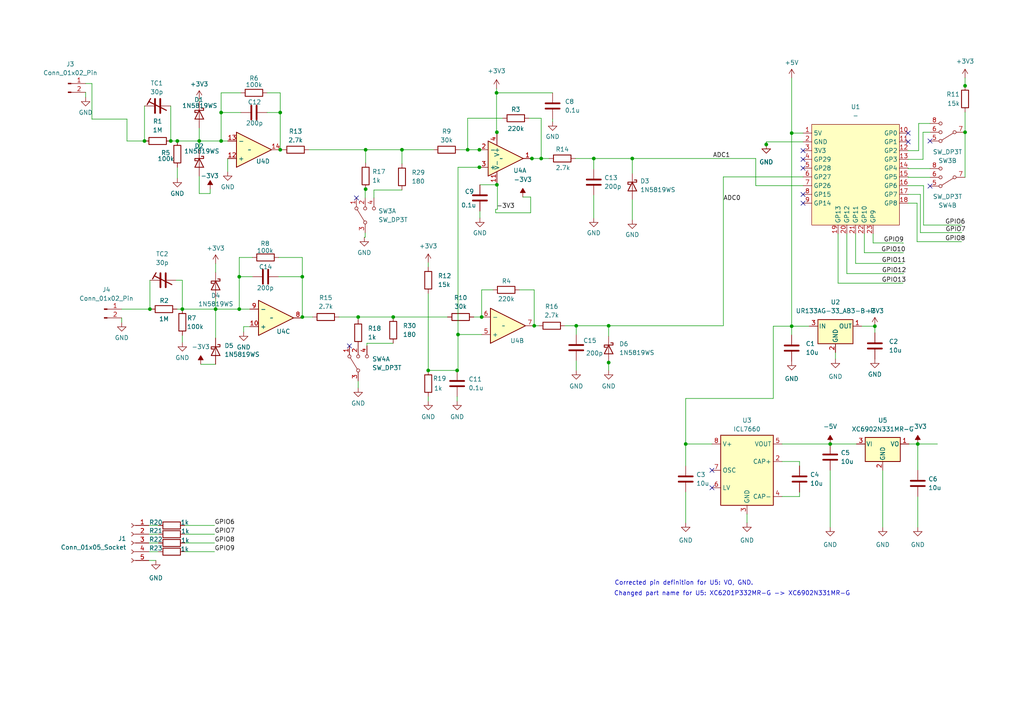
<source format=kicad_sch>
(kicad_sch (version 20250114) (generator "eeschema") (generator_version "9.0")
  (paper "A4")
  (lib_symbols
    (symbol "Connector:Conn_01x02_Pin" (pin_names (offset 1.016) (hide yes))
      (property "Reference" "J" (at 0 2.54 0))
      (property "Value" "Conn_01x02_Pin" (at 0 -5.08 0))
      (symbol "Conn_01x02_Pin_1_1"
        (rectangle (start 0.8636 0.127) (end 0 -0.127) (stroke (width 0.1524)) (fill (type outline)))
        (rectangle (start 0.8636 -2.413) (end 0 -2.667) (stroke (width 0.1524)) (fill (type outline)))
        (polyline (pts (xy 1.27 0) (xy 0.8636 0)) (stroke (width 0.1524)))
        (polyline (pts (xy 1.27 -2.54) (xy 0.8636 -2.54)) (stroke (width 0.1524)))
        (pin passive line (at 5.08 0 180) (length 3.81) (name "Pin_1") (number "1"))
        (pin passive line (at 5.08 -2.54 180) (length 3.81) (name "Pin_2") (number "2"))
      )
    )
    (symbol "Connector:Conn_01x05_Socket" (pin_names (offset 1.016) (hide yes))
      (property "Reference" "J" (at 0 7.62 0))
      (property "Value" "Conn_01x05_Socket" (at 0 -7.62 0))
      (symbol "Conn_01x05_Socket_1_1"
        (polyline (pts (xy -1.27 5.08) (xy -0.508 5.08)) (stroke (width 0.1524)))
        (polyline (pts (xy -1.27 2.54) (xy -0.508 2.54)) (stroke (width 0.1524)))
        (polyline (pts (xy -1.27 0) (xy -0.508 0)) (stroke (width 0.1524)))
        (polyline (pts (xy -1.27 -2.54) (xy -0.508 -2.54)) (stroke (width 0.1524)))
        (polyline (pts (xy -1.27 -5.08) (xy -0.508 -5.08)) (stroke (width 0.1524)))
        (arc (start 0 4.572) (mid -0.5058 5.08) (end 0 5.588) (stroke (width 0.1524)))
        (arc (start 0 2.032) (mid -0.5058 2.54) (end 0 3.048) (stroke (width 0.1524)))
        (arc (start 0 -0.508) (mid -0.5058 0) (end 0 0.508) (stroke (width 0.1524)))
        (arc (start 0 -3.048) (mid -0.5058 -2.54) (end 0 -2.032) (stroke (width 0.1524)))
        (arc (start 0 -5.588) (mid -0.5058 -5.08) (end 0 -4.572) (stroke (width 0.1524)))
        (pin passive line (at -5.08 5.08 0) (length 3.81) (name "Pin_1") (number "1"))
        (pin passive line (at -5.08 2.54 0) (length 3.81) (name "Pin_2") (number "2"))
        (pin passive line (at -5.08 0 0) (length 3.81) (name "Pin_3") (number "3"))
        (pin passive line (at -5.08 -2.54 0) (length 3.81) (name "Pin_4") (number "4"))
        (pin passive line (at -5.08 -5.08 0) (length 3.81) (name "Pin_5") (number "5"))
      )
    )
    (symbol "Device:C" (pin_numbers (hide yes)) (pin_names (offset 0.254))
      (property "Reference" "C" (at 0.635 2.54 0))
      (property "Value" "C" (at 0.635 -2.54 0))
      (symbol "C_0_1"
        (polyline (pts (xy -2.032 0.762) (xy 2.032 0.762)) (stroke (width 0.508)))
        (polyline (pts (xy -2.032 -0.762) (xy 2.032 -0.762)) (stroke (width 0.508)))
      )
      (symbol "C_1_1"
        (pin passive line (at 0 3.81 270) (length 2.794) (name "~") (number "1"))
        (pin passive line (at 0 -3.81 90) (length 2.794) (name "~") (number "2"))
      )
    )
    (symbol "Device:C_Trim" (pin_numbers (hide yes)) (pin_names (offset 0.254) (hide yes))
      (property "Reference" "C" (at 1.524 -2.032 0))
      (property "Value" "C_Trim" (at 3.048 -3.556 0))
      (symbol "C_Trim_0_1"
        (polyline (pts (xy -2.032 0.762) (xy 2.032 0.762)) (stroke (width 0.508)))
        (polyline (pts (xy -2.032 -0.762) (xy 2.032 -0.762)) (stroke (width 0.508)))
        (polyline (pts (xy 1.27 2.54) (xy -1.27 -2.54)) (stroke (width 0.3048)))
        (polyline (pts (xy 1.27 2.54) (xy 0.381 3.048)) (stroke (width 0.3048)))
        (polyline (pts (xy 1.27 2.54) (xy 2.159 2.032)) (stroke (width 0.3048)))
      )
      (symbol "C_Trim_1_1"
        (pin passive line (at 0 3.81 270) (length 3.048) (name "~") (number "1"))
        (pin passive line (at 0 -3.81 90) (length 3.048) (name "~") (number "2"))
      )
    )
    (symbol "Device:R" (pin_numbers (hide yes)) (pin_names (offset 0))
      (property "Reference" "R" (at 2.032 0 90))
      (property "Value" "R" (at 0 0 90))
      (symbol "R_0_1"
        (rectangle (start -1.016 -2.54) (end 1.016 2.54) (stroke (width 0.254)))
      )
      (symbol "R_1_1"
        (pin passive line (at 0 3.81 270) (length 1.27) (name "~") (number "1"))
        (pin passive line (at 0 -3.81 90) (length 1.27) (name "~") (number "2"))
      )
    )
    (symbol "Diode:1N5819WS" (pin_numbers (hide yes)) (pin_names (offset 1.016) (hide yes))
      (property "Reference" "D" (at 0 2.54 0))
      (property "Value" "1N5819WS" (at 0 -2.54 0))
      (symbol "1N5819WS_0_1"
        (polyline (pts (xy -1.905 0.635) (xy -1.905 1.27) (xy -1.27 1.27) (xy -1.27 -1.27) (xy -0.635 -1.27) (xy -0.635 -0.635)) (stroke (width 0.254)))
        (polyline (pts (xy 1.27 1.27) (xy 1.27 -1.27) (xy -1.27 0) (xy 1.27 1.27)) (stroke (width 0.254)))
        (polyline (pts (xy 1.27 0) (xy -1.27 0)))
      )
      (symbol "1N5819WS_1_1"
        (pin passive line (at -3.81 0 0) (length 2.54) (name "K") (number "1"))
        (pin passive line (at 3.81 0 180) (length 2.54) (name "A") (number "2"))
      )
    )
    (symbol "RP2040-Zero:RP2040-Zero"
      (property "Reference" "U1" (at 0 12.7 0))
      (property "Value" "-" (at 0 10.16 0))
      (symbol "RP2040-Zero_0_1"
        (rectangle (start -12.7 7.62) (end 12.7 -21.59) (fill (type background)))
      )
      (symbol "RP2040-Zero_1_1"
        (pin power_in line (at -15.24 5.08 0) (length 2.54) (name "5V") (number "1"))
        (pin power_in line (at -15.24 2.54 0) (length 2.54) (name "GND") (number "2"))
        (pin power_in line (at -15.24 0 0) (length 2.54) (name "3V3") (number "3"))
        (pin bidirectional line (at -15.24 -2.54 0) (length 2.54) (name "GP29") (number "4"))
        (pin bidirectional line (at -15.24 -5.08 0) (length 2.54) (name "GP28") (number "5"))
        (pin bidirectional line (at -15.24 -7.62 0) (length 2.54) (name "GP27") (number "6"))
        (pin bidirectional line (at -15.24 -10.16 0) (length 2.54) (name "GP26") (number "7"))
        (pin bidirectional line (at -15.24 -12.7 0) (length 2.54) (name "GP15") (number "8"))
        (pin bidirectional line (at -15.24 -15.24 0) (length 2.54) (name "GP14") (number "9"))
        (pin bidirectional line (at -5.08 -24.13 90) (length 2.54) (name "GP13") (number "19"))
        (pin bidirectional line (at -2.54 -24.13 90) (length 2.54) (name "GP12") (number "20"))
        (pin bidirectional line (at 0 -24.13 90) (length 2.54) (name "GP11") (number "21"))
        (pin bidirectional line (at 2.54 -24.13 90) (length 2.54) (name "GP10") (number "22"))
        (pin bidirectional line (at 5.08 -24.13 90) (length 2.54) (name "GP9") (number "23"))
        (pin bidirectional line (at 15.24 5.08 180) (length 2.54) (name "GP0") (number "10"))
        (pin bidirectional line (at 15.24 2.54 180) (length 2.54) (name "GP1") (number "11"))
        (pin bidirectional line (at 15.24 0 180) (length 2.54) (name "GP2") (number "12"))
        (pin bidirectional line (at 15.24 -2.54 180) (length 2.54) (name "GP3") (number "13"))
        (pin bidirectional line (at 15.24 -5.08 180) (length 2.54) (name "GP4") (number "14"))
        (pin bidirectional line (at 15.24 -7.62 180) (length 2.54) (name "GP5") (number "15"))
        (pin bidirectional line (at 15.24 -10.16 180) (length 2.54) (name "GP6") (number "16"))
        (pin bidirectional line (at 15.24 -12.7 180) (length 2.54) (name "GP7") (number "17"))
        (pin bidirectional line (at 15.24 -15.24 180) (length 2.54) (name "GP8") (number "18"))
      )
    )
    (symbol "Regulator_Linear:L78L33_SOT89" (pin_names (offset 0.254))
      (property "Reference" "U" (at -3.81 3.175 0))
      (property "Value" "L78L33_SOT89" (at -0.635 3.175 0))
      (symbol "L78L33_SOT89_0_1"
        (rectangle (start -5.08 1.905) (end 5.08 -5.08) (stroke (width 0.254)) (fill (type background)))
      )
      (symbol "L78L33_SOT89_1_1"
        (pin power_in line (at -7.62 0 0) (length 2.54) (name "IN") (number "3"))
        (pin power_in line (at 0 -7.62 90) (length 2.54) (name "GND") (number "2"))
        (pin power_out line (at 7.62 0 180) (length 2.54) (name "OUT") (number "1"))
      )
    )
    (symbol "Regulator_Linear:XC6206PxxxMR" (pin_names (offset 0.254))
      (property "Reference" "U5" (at 0 6.858 0))
      (property "Value" "XC6902N331MR-G" (at 0 4.318 0))
      (symbol "XC6206PxxxMR_0_1"
        (rectangle (start -5.08 1.905) (end 5.08 -5.08) (stroke (width 0.254)) (fill (type background)))
      )
      (symbol "XC6206PxxxMR_1_1"
        (pin power_in line (at -7.62 0 0) (length 2.54) (name "VI") (number "3"))
        (pin power_in line (at 0 -7.62 90) (length 2.54) (name "GND") (number "2"))
        (pin power_out line (at 7.62 0 180) (length 2.54) (name "VO") (number "1"))
      )
    )
    (symbol "Regulator_SwitchedCapacitor:ICL7660"
      (property "Reference" "U" (at -6.35 11.43 0))
      (property "Value" "ICL7660" (at 3.81 11.43 0))
      (symbol "ICL7660_0_1"
        (rectangle (start -7.62 10.16) (end 7.62 -10.16) (stroke (width 0.254)) (fill (type background)))
      )
      (symbol "ICL7660_1_1"
        (pin power_in line (at -10.16 7.62 0) (length 2.54) (name "V+") (number "8"))
        (pin input line (at -10.16 0 0) (length 2.54) (name "OSC") (number "7"))
        (pin input line (at -10.16 -5.08 0) (length 2.54) (name "LV") (number "6"))
        (pin no_connect line (at -7.62 5.08 0) (length 2.54) (hide yes) (name "NC") (number "1"))
        (pin power_in line (at 0 -12.7 90) (length 2.54) (name "GND") (number "3"))
        (pin power_out line (at 10.16 7.62 180) (length 2.54) (name "VOUT") (number "5"))
        (pin input line (at 10.16 2.54 180) (length 2.54) (name "CAP+") (number "2"))
        (pin input line (at 10.16 -7.62 180) (length 2.54) (name "CAP-") (number "4"))
      )
    )
    (symbol "Switch:SW_DP3T" (pin_names (offset 0) (hide yes))
      (property "Reference" "SW" (at 0 5.08 0))
      (property "Value" "SW_DP3T" (at 0 -5.08 0))
      (symbol "SW_DP3T_0_1"
        (circle (center -2.032 0) (radius 0.4572))
        (polyline (pts (xy -1.651 0.254) (xy 1.651 2.286)))
        (circle (center 2.032 2.54) (radius 0.4572))
        (circle (center 2.032 0) (radius 0.4572))
        (circle (center 2.032 -2.54) (radius 0.4572))
      )
      (symbol "SW_DP3T_1_1"
        (pin passive line (at -5.08 0 0) (length 2.54) (name "3") (number "3"))
        (pin passive line (at 5.08 2.54 180) (length 2.54) (name "1") (number "1"))
        (pin passive line (at 5.08 0 180) (length 2.54) (name "2") (number "2"))
        (pin passive line (at 5.08 -2.54 180) (length 2.54) (name "4") (number "4"))
      )
      (symbol "SW_DP3T_2_1"
        (pin passive line (at -5.08 0 0) (length 2.54) (name "7") (number "7"))
        (pin passive line (at 5.08 2.54 180) (length 2.54) (name "5") (number "5"))
        (pin passive line (at 5.08 0 180) (length 2.54) (name "6") (number "6"))
        (pin passive line (at 5.08 -2.54 180) (length 2.54) (name "8") (number "8"))
      )
    )
    (symbol "TP2264-SR:TP2264-SR"
      (property "Reference" "U" (at 0 0 0))
      (symbol "TP2264-SR_0_1"
        (polyline (pts (xy 6.35 0) (xy -3.81 5.08) (xy -3.81 -5.08) (xy 6.35 0)) (stroke (width 0.254)) (fill (type background)))
      )
      (symbol "TP2264-SR_1_1"
        (pin input line (at -6.35 2.54 0) (length 2.54) (name "-") (number "2"))
        (pin input line (at -6.35 -2.54 0) (length 2.54) (name "+") (number "3"))
        (pin power_in line (at -1.27 7.62 270) (length 3.81) (name "V+") (number "4"))
        (pin power_in line (at -1.27 -7.62 90) (length 3.81) (name "V-") (number "11"))
        (pin output line (at 8.89 0 180) (length 2.54) (name "~") (number "1"))
      )
      (symbol "TP2264-SR_2_1"
        (pin input line (at -6.35 2.54 0) (length 2.54) (name "-") (number "6"))
        (pin input line (at -6.35 -2.54 0) (length 2.54) (name "+") (number "5"))
        (pin output line (at 8.89 0 180) (length 2.54) (name "~") (number "7"))
      )
      (symbol "TP2264-SR_3_1"
        (pin input line (at -6.35 2.54 0) (length 2.54) (name "-") (number "9"))
        (pin input line (at -6.35 -2.54 0) (length 2.54) (name "+") (number "10"))
        (pin output line (at 8.89 0 180) (length 2.54) (name "~") (number "8"))
      )
      (symbol "TP2264-SR_4_1"
        (pin input line (at -6.35 2.54 0) (length 2.54) (name "-") (number "13"))
        (pin input line (at -6.35 -2.54 0) (length 2.54) (name "+") (number "12"))
        (pin output line (at 8.89 0 180) (length 2.54) (name "~") (number "14"))
      )
    )
    (symbol "power:+3V3" (power) (pin_names (offset 0))
      (property "Value" "+3V3" (at 0 3.556 0))
      (symbol "+3V3_0_1"
        (polyline (pts (xy -0.762 1.27) (xy 0 2.54)))
        (polyline (pts (xy 0 2.54) (xy 0.762 1.27)))
        (polyline (pts (xy 0 0) (xy 0 2.54)))
      )
      (symbol "+3V3_1_1"
        (pin power_in line (at 0 0 90) (length 0) (hide yes) (name "+3V3") (number "1"))
      )
    )
    (symbol "power:+5V" (power) (pin_names (offset 0))
      (property "Value" "+5V" (at 0 3.556 0))
      (symbol "+5V_0_1"
        (polyline (pts (xy -0.762 1.27) (xy 0 2.54)))
        (polyline (pts (xy 0 2.54) (xy 0.762 1.27)))
        (polyline (pts (xy 0 0) (xy 0 2.54)))
      )
      (symbol "+5V_1_1"
        (pin power_in line (at 0 0 90) (length 0) (hide yes) (name "+5V") (number "1"))
      )
    )
    (symbol "power:-3V3" (power) (pin_names (offset 0))
      (property "Value" "-3V3" (at 0 3.81 0))
      (symbol "-3V3_0_0"
        (pin power_in line (at 0 0 90) (length 0) (hide yes) (name "-3V3") (number "1"))
      )
      (symbol "-3V3_0_1"
        (polyline (pts (xy 0 0) (xy 0 1.27) (xy 0.762 1.27) (xy 0 2.54) (xy -0.762 1.27) (xy 0 1.27)) (fill (type outline)))
      )
    )
    (symbol "power:-5V" (power) (pin_names (offset 0))
      (property "Value" "-5V" (at 0 3.81 0))
      (symbol "-5V_0_0"
        (pin power_in line (at 0 0 90) (length 0) (hide yes) (name "-5V") (number "1"))
      )
      (symbol "-5V_0_1"
        (polyline (pts (xy 0 0) (xy 0 1.27) (xy 0.762 1.27) (xy 0 2.54) (xy -0.762 1.27) (xy 0 1.27)) (fill (type outline)))
      )
    )
    (symbol "power:GND" (power) (pin_names (offset 0))
      (property "Value" "GND" (at 0 -3.81 0))
      (symbol "GND_0_1"
        (polyline (pts (xy 0 0) (xy 0 -1.27) (xy 1.27 -1.27) (xy 0 -2.54) (xy -1.27 -1.27) (xy 0 -1.27)))
      )
      (symbol "GND_1_1"
        (pin power_in line (at 0 0 270) (length 0) (hide yes) (name "GND") (number "1"))
      )
    )
  )
  (text "Corrected pin definition for U5: VO, GND." (at 198.374 169.164 0) (effects (font (size 1.27 1.27))))
  (text "Changed part name for U5: XC6201P332MR-G -> XC6902N331MR-G" (at 212.344 172.212 0) (effects (font (size 1.27 1.27))))
  (junction (at 176.53 94.488))
  (junction (at 167.132 94.488))
  (junction (at 144.018 26.924))
  (junction (at 266.192 128.778))
  (junction (at 135.636 43.434))
  (junction (at 62.5348 89.662))
  (junction (at 69.3928 89.662))
  (junction (at 52.8828 89.662))
  (junction (at 198.882 128.778))
  (junction (at 139.7 91.948))
  (junction (at 69.3928 80.264))
  (junction (at 132.588 107.442))
  (junction (at 51.435 40.894))
  (junction (at 279.908 38.354))
  (junction (at 222.25 41.91))
  (junction (at 49.53 40.894))
  (junction (at 114.046 91.948))
  (junction (at 64.135 32.639))
  (junction (at 81.28 32.639))
  (junction (at 154.2796 45.974))
  (junction (at 139.0396 43.434))
  (junction (at 43.4848 89.662))
  (junction (at 154.94 94.488))
  (junction (at 64.135 40.894))
  (junction (at 156.972 45.974))
  (junction (at 240.792 128.778))
  (junction (at 106.045 54.864))
  (junction (at 41.91 40.894))
  (junction (at 103.886 91.948))
  (junction (at 116.586 43.434))
  (junction (at 253.746 94.615))
  (junction (at 81.28 43.434))
  (junction (at 172.212 45.974))
  (junction (at 229.616 94.615))
  (junction (at 124.206 107.442))
  (junction (at 87.6808 80.264))
  (junction (at 139.0396 48.514))
  (junction (at 279.908 24.892))
  (junction (at 176.53 105.156))
  (junction (at 132.842 97.028))
  (junction (at 106.045 43.434))
  (junction (at 144.1196 38.354))
  (junction (at 229.616 38.608))
  (junction (at 57.785 40.894))
  (junction (at 144.1196 53.594))
  (junction (at 87.6808 91.948))
  (junction (at 183.388 45.974))
  (no_connect (at 232.918 58.928))
  (no_connect (at 206.502 141.478))
  (no_connect (at 269.748 40.894))
  (no_connect (at 263.398 41.148))
  (no_connect (at 232.918 46.228))
  (no_connect (at 101.346 100.33))
  (no_connect (at 263.398 38.608))
  (no_connect (at 232.918 48.768))
  (no_connect (at 232.918 56.388))
  (no_connect (at 206.502 136.398))
  (no_connect (at 269.748 53.975))
  (no_connect (at 103.378 57.404))
  (no_connect (at 232.918 43.688))
  (wire (pts (xy 43.18 162.56) (xy 45.212 162.56)))
  (wire (pts (xy 229.616 38.608) (xy 229.616 94.615)))
  (wire (pts (xy 206.502 128.778) (xy 198.882 128.778)))
  (wire (pts (xy 266.446 43.688) (xy 263.398 43.688)))
  (wire (pts (xy 51.435 40.894) (xy 57.785 40.894)))
  (wire (pts (xy 139.192 61.214) (xy 139.192 63.246)))
  (wire (pts (xy 124.206 85.09) (xy 124.206 107.442)))
  (wire (pts (xy 26.67 24.2316) (xy 26.67 34.544)))
  (wire (pts (xy 229.616 94.615) (xy 229.616 97.155)))
  (wire (pts (xy 269.748 51.435) (xy 263.398 51.435)))
  (wire (pts (xy 58.2168 105.664) (xy 62.5348 105.664)))
  (wire (pts (xy 145.796 34.29) (xy 135.636 34.29)))
  (wire (pts (xy 105.918 54.864) (xy 106.045 54.864)))
  (wire (pts (xy 172.212 45.974) (xy 183.388 45.974)))
  (wire (pts (xy 89.535 43.434) (xy 106.045 43.434)))
  (wire (pts (xy 26.67 34.544) (xy 36.83 34.544)))
  (wire (pts (xy 114.046 91.948) (xy 103.886 91.948)))
  (wire (pts (xy 116.586 43.434) (xy 125.73 43.434)))
  (wire (pts (xy 143.764 61.722) (xy 153.924 61.722)))
  (wire (pts (xy 144.1196 38.354) (xy 144.272 38.354)))
  (wire (pts (xy 263.398 48.895) (xy 263.398 48.768)))
  (wire (pts (xy 231.902 144.018) (xy 226.822 144.018)))
  (wire (pts (xy 64.135 32.639) (xy 69.85 32.639)))
  (wire (pts (xy 144.018 25.654) (xy 144.018 26.924)))
  (wire (pts (xy 24.8412 24.2316) (xy 26.67 24.2316)))
  (wire (pts (xy 269.748 48.895) (xy 263.398 48.895)))
  (wire (pts (xy 154.2796 45.974) (xy 156.972 45.974)))
  (wire (pts (xy 183.388 50.292) (xy 183.388 45.974)))
  (wire (pts (xy 62.5348 76.454) (xy 62.5348 78.994)))
  (wire (pts (xy 64.135 40.894) (xy 66.04 40.894)))
  (wire (pts (xy 163.83 94.488) (xy 167.132 94.488)))
  (wire (pts (xy 150.622 84.074) (xy 154.94 84.074)))
  (wire (pts (xy 156.972 45.974) (xy 159.258 45.974)))
  (wire (pts (xy 267.716 38.354) (xy 267.716 46.228)))
  (wire (pts (xy 105.918 67.564) (xy 105.918 68.834)))
  (wire (pts (xy 261.9248 70.4596) (xy 261.9248 70.612)))
  (wire (pts (xy 144.018 38.354) (xy 144.1196 38.354)))
  (wire (pts (xy 43.18 154.94) (xy 45.974 154.94)))
  (wire (pts (xy 278.892 67.4116) (xy 278.892 67.4624)))
  (wire (pts (xy 114.046 99.568) (xy 106.426 99.568)))
  (wire (pts (xy 77.47 32.639) (xy 81.28 32.639)))
  (wire (pts (xy 198.882 115.57) (xy 224.282 115.57)))
  (wire (pts (xy 256.032 136.398) (xy 256.032 152.908)))
  (wire (pts (xy 139.7 97.028) (xy 132.842 97.028)))
  (wire (pts (xy 51.3588 89.662) (xy 52.8828 89.662)))
  (wire (pts (xy 250.698 67.818) (xy 250.698 73.3044)))
  (wire (pts (xy 219.202 53.848) (xy 232.918 53.848)))
  (wire (pts (xy 263.398 58.928) (xy 265.9888 58.928)))
  (wire (pts (xy 132.842 48.514) (xy 132.842 97.028)))
  (wire (pts (xy 267.8684 65.278) (xy 278.892 65.278)))
  (wire (pts (xy 269.748 38.354) (xy 267.716 38.354)))
  (wire (pts (xy 105.918 57.404) (xy 105.918 54.864)))
  (wire (pts (xy 103.886 91.948) (xy 103.886 92.71)))
  (wire (pts (xy 124.206 115.062) (xy 124.206 116.332)))
  (wire (pts (xy 266.954 56.388) (xy 266.954 67.4624)))
  (wire (pts (xy 269.748 35.814) (xy 266.446 35.814)))
  (wire (pts (xy 231.902 133.858) (xy 231.902 135.128)))
  (wire (pts (xy 209.804 51.308) (xy 209.804 94.488)))
  (wire (pts (xy 144.272 53.594) (xy 144.272 60.706)))
  (wire (pts (xy 243.078 67.818) (xy 243.078 82.1436)))
  (wire (pts (xy 43.18 152.4) (xy 45.974 152.4)))
  (wire (pts (xy 266.446 35.814) (xy 266.446 43.688)))
  (wire (pts (xy 248.158 67.818) (xy 248.158 76.4032)))
  (wire (pts (xy 24.8412 26.7716) (xy 24.8412 28.194)))
  (wire (pts (xy 266.954 67.4624) (xy 278.892 67.4624)))
  (wire (pts (xy 53.594 154.94) (xy 62.23 154.94)))
  (wire (pts (xy 240.792 128.778) (xy 248.412 128.778)))
  (wire (pts (xy 266.192 144.018) (xy 266.192 152.908)))
  (wire (pts (xy 52.8828 97.282) (xy 52.8828 99.314)))
  (wire (pts (xy 263.398 56.388) (xy 266.954 56.388)))
  (wire (pts (xy 266.192 128.778) (xy 266.192 136.398)))
  (wire (pts (xy 36.83 34.544) (xy 36.83 40.894)))
  (wire (pts (xy 57.785 40.894) (xy 57.785 43.434)))
  (wire (pts (xy 267.716 46.228) (xy 263.398 46.228)))
  (wire (pts (xy 231.902 142.748) (xy 231.902 144.018)))
  (wire (pts (xy 139.192 53.594) (xy 144.1196 53.594)))
  (wire (pts (xy 198.882 142.748) (xy 198.882 151.638)))
  (wire (pts (xy 80.8228 74.676) (xy 87.6808 74.676)))
  (wire (pts (xy 64.135 32.639) (xy 64.135 40.894)))
  (wire (pts (xy 51.435 48.514) (xy 51.435 51.689)))
  (wire (pts (xy 43.18 160.02) (xy 45.974 160.02)))
  (wire (pts (xy 242.316 102.235) (xy 242.316 104.14)))
  (wire (pts (xy 226.822 128.778) (xy 240.792 128.778)))
  (wire (pts (xy 103.886 110.49) (xy 103.886 112.522)))
  (wire (pts (xy 87.6808 80.264) (xy 87.6808 91.948)))
  (wire (pts (xy 81.28 32.639) (xy 81.28 43.434)))
  (wire (pts (xy 143.764 60.706) (xy 144.272 60.706)))
  (wire (pts (xy 62.5348 89.662) (xy 62.5348 98.044)))
  (wire (pts (xy 167.132 104.648) (xy 167.132 107.442)))
  (wire (pts (xy 51.1048 81.28) (xy 52.8828 81.28)))
  (wire (pts (xy 69.3928 89.662) (xy 72.4408 89.662)))
  (wire (pts (xy 132.588 107.442) (xy 132.842 107.442)))
  (wire (pts (xy 81.28 43.434) (xy 81.915 43.434)))
  (wire (pts (xy 219.202 45.974) (xy 219.202 53.848)))
  (wire (pts (xy 139.0396 48.514) (xy 139.192 48.514)))
  (wire (pts (xy 265.9888 70.104) (xy 278.892 70.104)))
  (wire (pts (xy 279.908 24.892) (xy 279.908 25.146)))
  (wire (pts (xy 144.1196 53.594) (xy 144.272 53.594)))
  (wire (pts (xy 106.045 43.434) (xy 106.045 47.244)))
  (wire (pts (xy 153.924 57.15) (xy 151.638 57.15)))
  (wire (pts (xy 248.158 76.4032) (xy 262.0772 76.4032)))
  (wire (pts (xy 62.5348 89.662) (xy 69.3928 89.662)))
  (wire (pts (xy 41.91 30.734) (xy 41.91 40.894)))
  (wire (pts (xy 176.53 104.902) (xy 176.53 105.156)))
  (wire (pts (xy 57.785 56.134) (xy 60.96 56.134)))
  (wire (pts (xy 135.636 43.434) (xy 139.0396 43.434)))
  (wire (pts (xy 263.398 53.848) (xy 267.8684 53.848)))
  (wire (pts (xy 43.18 157.48) (xy 45.974 157.48)))
  (wire (pts (xy 229.616 22.606) (xy 229.616 38.608)))
  (wire (pts (xy 240.792 136.398) (xy 240.792 152.908)))
  (wire (pts (xy 73.2028 74.676) (xy 69.3928 74.676)))
  (wire (pts (xy 135.636 34.29) (xy 135.636 43.434)))
  (wire (pts (xy 66.04 45.974) (xy 66.04 49.784)))
  (wire (pts (xy 143.002 84.074) (xy 139.7 84.074)))
  (wire (pts (xy 253.238 70.4596) (xy 261.9248 70.4596)))
  (wire (pts (xy 69.3928 80.264) (xy 69.3928 89.662)))
  (wire (pts (xy 263.652 128.778) (xy 266.192 128.778)))
  (wire (pts (xy 144.018 26.924) (xy 144.018 38.354)))
  (wire (pts (xy 172.212 45.974) (xy 172.212 49.022)))
  (wire (pts (xy 229.616 94.615) (xy 234.696 94.615)))
  (wire (pts (xy 49.53 30.734) (xy 49.53 40.894)))
  (wire (pts (xy 198.882 128.778) (xy 198.882 135.128)))
  (wire (pts (xy 137.414 91.948) (xy 139.7 91.948)))
  (wire (pts (xy 139.7 84.074) (xy 139.7 91.948)))
  (wire (pts (xy 132.842 97.028) (xy 132.842 107.442)))
  (wire (pts (xy 224.282 94.615) (xy 229.616 94.615)))
  (wire (pts (xy 243.078 82.1436) (xy 261.9248 82.1436)))
  (wire (pts (xy 106.045 54.864) (xy 106.172 54.864)))
  (wire (pts (xy 81.28 26.924) (xy 81.28 32.639)))
  (wire (pts (xy 35.306 92.202) (xy 35.306 93.5228)))
  (wire (pts (xy 124.206 76.2) (xy 124.206 77.47)))
  (wire (pts (xy 80.8228 80.264) (xy 87.6808 80.264)))
  (wire (pts (xy 245.618 79.3496) (xy 262.128 79.3496)))
  (wire (pts (xy 53.594 160.02) (xy 62.23 160.02)))
  (wire (pts (xy 106.426 99.568) (xy 106.426 100.33)))
  (wire (pts (xy 154.94 84.074) (xy 154.94 94.488)))
  (wire (pts (xy 98.298 91.948) (xy 103.886 91.948)))
  (wire (pts (xy 35.306 89.662) (xy 43.4848 89.662)))
  (wire (pts (xy 90.678 91.948) (xy 87.6808 91.948)))
  (wire (pts (xy 216.662 149.098) (xy 216.662 151.638)))
  (wire (pts (xy 72.4408 94.742) (xy 70.6628 94.742)))
  (wire (pts (xy 279.908 32.512) (xy 279.908 38.354)))
  (wire (pts (xy 250.698 73.3044) (xy 262.0264 73.3044)))
  (wire (pts (xy 266.192 128.778) (xy 271.907 128.778)))
  (wire (pts (xy 166.878 45.974) (xy 172.212 45.974)))
  (wire (pts (xy 49.53 40.894) (xy 51.435 40.894)))
  (wire (pts (xy 43.4848 89.662) (xy 43.7388 89.662)))
  (wire (pts (xy 57.785 28.829) (xy 57.785 29.464)))
  (wire (pts (xy 183.388 45.974) (xy 219.202 45.974)))
  (wire (pts (xy 253.746 94.615) (xy 253.746 96.52)))
  (wire (pts (xy 232.918 41.148) (xy 222.25 41.148)))
  (wire (pts (xy 226.822 133.858) (xy 231.902 133.858)))
  (wire (pts (xy 176.53 94.488) (xy 209.804 94.488)))
  (wire (pts (xy 133.35 43.434) (xy 135.636 43.434)))
  (wire (pts (xy 62.5348 86.614) (xy 62.5348 89.662)))
  (wire (pts (xy 154.94 94.488) (xy 156.21 94.488)))
  (wire (pts (xy 160.274 34.544) (xy 160.274 35.306)))
  (wire (pts (xy 279.908 38.354) (xy 279.908 51.435)))
  (wire (pts (xy 253.238 67.818) (xy 253.238 70.4596)))
  (wire (pts (xy 144.018 26.924) (xy 160.274 26.924)))
  (wire (pts (xy 229.616 38.608) (xy 232.918 38.608)))
  (wire (pts (xy 57.785 37.084) (xy 57.785 40.894)))
  (wire (pts (xy 73.2028 80.264) (xy 69.3928 80.264)))
  (wire (pts (xy 116.586 55.118) (xy 108.458 55.118)))
  (wire (pts (xy 139.0396 43.434) (xy 139.065 43.434)))
  (wire (pts (xy 265.9888 58.928) (xy 265.9888 70.104)))
  (wire (pts (xy 60.96 56.134) (xy 60.96 54.864)))
  (wire (pts (xy 143.764 61.722) (xy 143.764 60.706)))
  (wire (pts (xy 132.588 115.062) (xy 132.588 116.332)))
  (wire (pts (xy 64.135 26.924) (xy 64.135 32.639)))
  (wire (pts (xy 172.212 56.642) (xy 172.212 63.246)))
  (wire (pts (xy 209.804 51.308) (xy 232.918 51.308)))
  (wire (pts (xy 87.6808 74.676) (xy 87.6808 80.264)))
  (wire (pts (xy 245.618 67.818) (xy 245.618 79.3496)))
  (wire (pts (xy 36.83 40.894) (xy 41.91 40.894)))
  (wire (pts (xy 167.132 94.488) (xy 176.53 94.488)))
  (wire (pts (xy 108.458 55.118) (xy 108.458 57.404)))
  (wire (pts (xy 116.586 43.434) (xy 116.586 47.498)))
  (wire (pts (xy 249.936 94.615) (xy 253.746 94.615)))
  (wire (pts (xy 222.25 41.148) (xy 222.25 41.91)))
  (wire (pts (xy 153.924 61.722) (xy 153.924 57.15)))
  (wire (pts (xy 279.908 22.606) (xy 279.908 24.892)))
  (wire (pts (xy 132.842 48.514) (xy 139.0396 48.514)))
  (wire (pts (xy 176.53 97.536) (xy 176.53 94.488)))
  (wire (pts (xy 53.594 157.48) (xy 62.23 157.48)))
  (wire (pts (xy 154.178 45.974) (xy 154.2796 45.974)))
  (wire (pts (xy 129.794 91.948) (xy 114.046 91.948)))
  (wire (pts (xy 69.3928 74.676) (xy 69.3928 80.264)))
  (wire (pts (xy 124.206 107.442) (xy 132.588 107.442)))
  (wire (pts (xy 87.6808 91.948) (xy 87.6808 92.202)))
  (wire (pts (xy 267.8684 53.848) (xy 267.8684 65.278)))
  (wire (pts (xy 224.282 115.57) (xy 224.282 94.615)))
  (wire (pts (xy 43.4848 81.28) (xy 43.4848 89.662)))
  (wire (pts (xy 167.132 94.488) (xy 167.132 97.028)))
  (wire (pts (xy 106.045 43.434) (xy 116.586 43.434)))
  (wire (pts (xy 52.8828 81.28) (xy 52.8828 89.662)))
  (wire (pts (xy 183.388 57.912) (xy 183.388 63.754)))
  (wire (pts (xy 198.882 115.57) (xy 198.882 128.778)))
  (wire (pts (xy 263.398 51.308) (xy 263.398 51.435)))
  (wire (pts (xy 77.47 26.924) (xy 81.28 26.924)))
  (wire (pts (xy 57.785 40.894) (xy 64.135 40.894)))
  (wire (pts (xy 53.594 152.4) (xy 62.23 152.4)))
  (wire (pts (xy 70.6628 94.742) (xy 70.6628 96.266)))
  (wire (pts (xy 105.918 68.834) (xy 105.664 68.834)))
  (wire (pts (xy 52.8828 89.662) (xy 62.5348 89.662)))
  (wire (pts (xy 156.972 34.29) (xy 156.972 45.974)))
  (wire (pts (xy 176.53 105.156) (xy 176.53 107.442)))
  (wire (pts (xy 153.416 34.29) (xy 156.972 34.29)))
  (wire (pts (xy 57.785 51.054) (xy 57.785 56.134)))
  (wire (pts (xy 69.85 26.924) (xy 64.135 26.924)))
  (label "GPIO6" (at 274.1168 65.278 0))
  (label "GPIO9" (at 62.23 160.02 0))
  (label "GPIO12" (at 255.778 79.3496 0))
  (label "GPIO8" (at 62.23 157.48 0))
  (label "GPIO6" (at 62.23 152.4 0))
  (label "GPIO13" (at 255.7272 82.1436 0))
  (label "ADC0" (at 209.804 58.42 0))
  (label "GPIO7" (at 274.2184 67.4624 0))
  (label "GPIO11" (at 255.7272 76.4032 0))
  (label "GPIO7" (at 62.23 154.94 0))
  (label "GPIO10" (at 255.5748 73.3044 0))
  (label "GPIO8" (at 274.1168 70.104 0))
  (label "GPIO9" (at 256.286 70.4596 0))
  (label "ADC1" (at 206.756 45.974 0))
  (label "-3V3" (at 144.018 60.706 0))
  (symbol (lib_id "power:GND") (at 139.192 63.246 0) (unit 1)
    (property "Reference" "#PWR022" (effects (hide yes)))
    (property "Value" "GND" (at 139.192 67.564 0))
  )
  (symbol (lib_id "power:-3V3") (at 266.192 128.778 0) (unit 1)
    (property "Reference" "#PWR07" (effects (hide yes)))
    (property "Value" "-3V3" (at 266.192 123.698 0))
  )
  (symbol (lib_id "Device:R") (at 94.488 91.948 90) (unit 1)
    (property "Reference" "R15" (at 94.488 86.36 90))
    (property "Value" "2.7k" (at 94.488 88.9 90))
    (property "Footprint" "Resistor_SMD:R_0603_1608Metric_Pad0.98x0.95mm_HandSolder" (effects (hide yes)))
  )
  (symbol (lib_id "Device:R") (at 85.725 43.434 90) (unit 1)
    (property "Reference" "R13" (at 85.725 38.1 90))
    (property "Value" "2.7k" (at 85.725 40.64 90))
    (property "Footprint" "Resistor_SMD:R_0603_1608Metric_Pad0.98x0.95mm_HandSolder" (effects (hide yes)))
  )
  (symbol (lib_id "power:+3V3") (at 253.746 94.615 0) (unit 1)
    (property "Reference" "#PWR014" (effects (hide yes)))
    (property "Value" "+3V3" (at 253.746 90.17 0))
  )
  (symbol (lib_id "Switch:SW_DP3T") (at 105.918 62.484 90) (unit 1)
    (property "Reference" "SW3" (at 109.728 61.214 90) (effects (justify right)))
    (property "Value" "SW_DP3T" (at 109.728 63.754 90) (effects (justify right)))
    (property "Footprint" "Slide_Switch:DP3T_MSS23D18" (effects (hide yes)))
  )
  (symbol (lib_id "Device:C_Trim") (at 45.72 30.734 90) (unit 1)
    (property "Reference" "TC1" (at 45.466 24.13 90))
    (property "Value" "30p" (at 45.466 26.67 90))
    (property "Footprint" "TMCV01-10P100VB:TMCV01-10P100VB" (effects (hide yes)))
  )
  (symbol (lib_id "Device:R") (at 51.435 44.704 0) (unit 1)
    (property "Reference" "R5" (at 46.7106 44.323 0) (effects (justify left)))
    (property "Value" "100k" (at 45.6692 46.0502 0) (effects (justify left)))
    (property "Footprint" "Resistor_SMD:R_0603_1608Metric_Pad0.98x0.95mm_HandSolder" (effects (hide yes)))
  )
  (symbol (lib_id "Device:R") (at 49.784 160.02 90) (unit 1)
    (property "Reference" "R23" (at 45.212 159.004 90))
    (property "Value" "1k" (at 53.594 159.258 90))
    (property "Footprint" "Resistor_SMD:R_0603_1608Metric_Pad0.98x0.95mm_HandSolder" (effects (hide yes)))
  )
  (symbol (lib_id "Device:R") (at 49.784 152.4 90) (unit 1)
    (property "Reference" "R20" (at 45.212 151.511 90))
    (property "Value" "1k" (at 53.594 151.511 90))
    (property "Footprint" "Resistor_SMD:R_0603_1608Metric_Pad0.98x0.95mm_HandSolder" (effects (hide yes)))
  )
  (symbol (lib_id "Device:R") (at 129.54 43.434 90) (unit 1)
    (property "Reference" "R9" (at 129.54 38.1 90))
    (property "Value" "30k" (at 129.54 40.64 90))
    (property "Footprint" "Resistor_SMD:R_0603_1608Metric_Pad0.98x0.95mm_HandSolder" (effects (hide yes)))
  )
  (symbol (lib_id "TP2264-SR:TP2264-SR") (at 72.39 43.434 0) (unit 4)
    (property "Reference" "U4" (at 76.2762 46.7868 0))
    (property "Value" "~" (at 72.39 43.434 0))
    (property "Footprint" "Package_SO:SOIC-14_3.9x8.7mm_P1.27mm" (effects (hide yes)))
  )
  (symbol (lib_id "power:+3V3") (at 62.5348 76.454 0) (unit 1)
    (property "Reference" "#PWR013" (effects (hide yes)))
    (property "Value" "+3V3" (at 62.5348 72.009 0))
  )
  (symbol (lib_id "Device:C") (at 77.0128 80.264 90) (unit 1)
    (property "Reference" "C14" (at 77.0382 77.3938 90))
    (property "Value" "200p" (at 76.962 83.5152 90))
    (property "Footprint" "Capacitor_SMD:C_0603_1608Metric_Pad1.08x0.95mm_HandSolder" (effects (hide yes)))
  )
  (symbol (lib_id "Device:R") (at 149.606 34.29 90) (unit 1)
    (property "Reference" "R3" (at 149.606 31.75 90))
    (property "Value" "220k" (at 149.606 37.3126 90))
    (property "Footprint" "Resistor_SMD:R_0603_1608Metric_Pad0.98x0.95mm_HandSolder" (effects (hide yes)))
  )
  (symbol (lib_id "Device:R") (at 47.5488 89.662 90) (unit 1)
    (property "Reference" "R2" (at 47.625 87.1982 90))
    (property "Value" "1M" (at 47.5488 92.5068 90))
    (property "Footprint" "Resistor_SMD:R_0603_1608Metric_Pad0.98x0.95mm_HandSolder" (effects (hide yes)))
  )
  (symbol (lib_id "power:GND") (at 167.132 107.442 0) (unit 1)
    (property "Reference" "#PWR029" (effects (hide yes)))
    (property "Value" "GND" (at 167.132 112.014 0))
  )
  (symbol (lib_id "power:GND") (at 124.206 116.332 0) (unit 1)
    (property "Reference" "#PWR027" (effects (hide yes)))
    (property "Value" "GND" (at 124.206 120.904 0))
  )
  (symbol (lib_id "power:GND") (at 45.212 162.56 0) (unit 1)
    (property "Reference" "#PWR037" (effects (hide yes)))
    (property "Value" "GND" (at 45.212 167.64 0))
  )
  (symbol (lib_id "power:GND") (at 176.53 107.442 0) (unit 1)
    (property "Reference" "#PWR030" (effects (hide yes)))
    (property "Value" "GND" (at 176.53 112.014 0))
  )
  (symbol (lib_id "Device:C") (at 266.192 140.208 0) (unit 1)
    (property "Reference" "C6" (at 269.24 138.938 0) (effects (justify left)))
    (property "Value" "10u" (at 269.24 141.478 0) (effects (justify left)))
    (property "Footprint" "Capacitor_SMD:C_0805_2012Metric_Pad1.18x1.45mm_HandSolder" (effects (hide yes)))
  )
  (symbol (lib_id "Device:R") (at 103.886 96.52 0) (unit 1)
    (property "Reference" "R18" (at 106.68 95.25 0) (effects (justify left)))
    (property "Value" "1k" (at 106.68 97.79 0) (effects (justify left)))
    (property "Footprint" "Resistor_SMD:R_0603_1608Metric_Pad0.98x0.95mm_HandSolder" (effects (hide yes)))
  )
  (symbol (lib_id "Device:C") (at 139.192 57.404 0) (unit 1)
    (property "Reference" "C9" (at 134.7978 55.5498 0) (effects (justify left)))
    (property "Value" "0.1u" (at 133.731 59.5122 0) (effects (justify left)))
    (property "Footprint" "Capacitor_SMD:C_0603_1608Metric_Pad1.08x0.95mm_HandSolder" (effects (hide yes)))
  )
  (symbol (lib_id "Switch:SW_DP3T") (at 274.828 51.435 180) (unit 2)
    (property "Reference" "SW4" (at 274.828 59.563 0))
    (property "Value" "SW_DP3T" (at 274.828 57.023 0))
    (property "Footprint" "Slide_Switch:DP3T_MSS23D18" (effects (hide yes)))
  )
  (symbol (lib_id "Device:R") (at 133.604 91.948 90) (unit 1)
    (property "Reference" "R10" (at 133.604 86.36 90))
    (property "Value" "30k" (at 133.604 88.9 90))
    (property "Footprint" "Resistor_SMD:R_0603_1608Metric_Pad0.98x0.95mm_HandSolder" (effects (hide yes)))
  )
  (symbol (lib_id "Device:R") (at 52.8828 93.472 0) (unit 1)
    (property "Reference" "R7" (at 54.2544 92.2528 0) (effects (justify left)))
    (property "Value" "100k" (at 54.1782 94.7674 0) (effects (justify left)))
    (property "Footprint" "Resistor_SMD:R_0603_1608Metric_Pad0.98x0.95mm_HandSolder" (effects (hide yes)))
  )
  (symbol (lib_id "Device:C") (at 229.616 100.965 0) (unit 1)
    (property "Reference" "C1" (at 233.68 99.695 0) (effects (justify left)))
    (property "Value" "10u" (at 233.68 102.235 0) (effects (justify left)))
    (property "Footprint" "Capacitor_SMD:C_0805_2012Metric_Pad1.18x1.45mm_HandSolder" (effects (hide yes)))
  )
  (symbol (lib_id "Device:C") (at 160.274 30.734 0) (unit 1)
    (property "Reference" "C8" (at 163.83 29.464 0) (effects (justify left)))
    (property "Value" "0.1u" (at 163.83 32.004 0) (effects (justify left)))
    (property "Footprint" "Capacitor_SMD:C_0603_1608Metric_Pad1.08x0.95mm_HandSolder" (effects (hide yes)))
  )
  (symbol (lib_id "Connector:Conn_01x02_Pin") (at 30.226 89.662 0) (unit 1)
    (property "Reference" "J4" (at 30.861 84.0232 0))
    (property "Value" "Conn_01x02_Pin" (at 30.861 86.5632 0))
    (property "Footprint" "Connector_PinSocket_2.54mm:PinSocket_1x02_P2.54mm_Vertical" (effects (hide yes)))
  )
  (symbol (lib_id "power:+3V3") (at 57.785 28.829 0) (unit 1)
    (property "Reference" "#PWR017" (effects (hide yes)))
    (property "Value" "+3V3" (at 57.785 24.384 0))
  )
  (symbol (lib_id "Device:C") (at 167.132 100.838 0) (unit 1)
    (property "Reference" "C15" (at 169.1386 98.7806 0) (effects (justify left)))
    (property "Value" "200p" (at 169.926 102.4382 0) (effects (justify left)))
    (property "Footprint" "Capacitor_SMD:C_0603_1608Metric_Pad1.08x0.95mm_HandSolder" (effects (hide yes)))
  )
  (symbol (lib_id "Diode:1N5819WS") (at 176.53 101.346 270) (unit 1)
    (property "Reference" "D6" (at 179.578 99.7585 90) (effects (justify left)))
    (property "Value" "1N5819WS" (at 179.578 102.2985 90) (effects (justify left)))
    (property "Footprint" "Diode_SMD:D_SOD-323_HandSoldering" (effects (hide yes)))
    (property "Datasheet" "https://datasheet.lcsc.com/lcsc/2204281430_Guangdong-Hottech-1N5819WS_C191023.pdf" (effects (hide yes)))
  )
  (symbol (lib_id "power:GND") (at 253.746 104.14 0) (unit 1)
    (property "Reference" "#PWR011" (effects (hide yes)))
    (property "Value" "GND" (at 253.746 108.585 0))
  )
  (symbol (lib_id "Device:R") (at 124.206 111.252 0) (unit 1)
    (property "Reference" "R19" (at 125.5522 109.7788 0) (effects (justify left)))
    (property "Value" "1k" (at 125.857 112.6236 0) (effects (justify left)))
    (property "Footprint" "Resistor_SMD:R_0603_1608Metric_Pad0.98x0.95mm_HandSolder" (effects (hide yes)))
  )
  (symbol (lib_id "power:GND") (at 70.6628 96.266 0) (unit 1)
    (property "Reference" "#PWR032" (effects (hide yes)))
    (property "Value" "GND" (at 70.6628 100.711 0))
  )
  (symbol (lib_id "power:GND") (at 198.882 151.638 0) (unit 1)
    (property "Reference" "#PWR02" (effects (hide yes)))
    (property "Value" "GND" (at 198.882 156.718 0))
  )
  (symbol (lib_id "power:GND") (at 222.25 41.91 0) (unit 1)
    (property "Reference" "#PWR036" (effects (hide yes)))
    (property "Value" "GND" (at 222.25 46.99 0))
  )
  (symbol (lib_id "power:GND") (at 51.435 51.689 0) (unit 1)
    (property "Reference" "#PWR015" (effects (hide yes)))
    (property "Value" "GND" (at 51.435 56.134 0))
  )
  (symbol (lib_id "Device:C_Trim") (at 47.2948 81.28 90) (unit 1)
    (property "Reference" "TC2" (at 47.0408 73.66 90))
    (property "Value" "30p" (at 47.0408 76.2 90))
    (property "Footprint" "TMCV01-10P100VB:TMCV01-10P100VB" (effects (hide yes)))
  )
  (symbol (lib_id "power:GND") (at 242.316 104.14 0) (unit 1)
    (property "Reference" "#PWR010" (effects (hide yes)))
    (property "Value" "GND" (at 242.316 109.22 0))
  )
  (symbol (lib_id "power:-5V") (at 240.792 128.778 0) (unit 1)
    (property "Reference" "#PWR06" (effects (hide yes)))
    (property "Value" "-5V" (at 240.792 123.698 0))
  )
  (symbol (lib_id "Connector:Conn_01x05_Socket") (at 38.1 157.48 0) (mirror y) (unit 1)
    (property "Reference" "J1" (at 36.6268 156.21 0) (effects (justify left)))
    (property "Value" "Conn_01x05_Socket" (at 36.6268 158.75 0) (effects (justify left)))
    (property "Footprint" "Connector_PinSocket_2.54mm:PinSocket_1x05_P2.54mm_Horizontal" (effects (hide yes)))
  )
  (symbol (lib_id "power:-3V3") (at 151.638 57.15 0) (unit 1)
    (property "Reference" "#PWR021" (effects (hide yes)))
    (property "Value" "-3V3" (at 151.638 52.07 0))
  )
  (symbol (lib_id "Device:R") (at 106.045 51.054 0) (unit 1)
    (property "Reference" "R17" (at 107.95 49.784 0) (effects (justify left)))
    (property "Value" "1k" (at 107.95 52.324 0) (effects (justify left)))
    (property "Footprint" "Resistor_SMD:R_0603_1608Metric_Pad0.98x0.95mm_HandSolder" (effects (hide yes)))
  )
  (symbol (lib_id "RP2040-Zero:RP2040-Zero") (at 248.158 43.688 0) (unit 1)
    (property "Reference" "U1" (at 248.158 30.988 0))
    (property "Value" "-" (at 248.158 33.528 0))
    (property "Footprint" "RP2040-Zero:RP2040 Zero" (effects (hide yes)))
  )
  (symbol (lib_id "power:GND") (at 256.032 152.908 0) (unit 1)
    (property "Reference" "#PWR04" (effects (hide yes)))
    (property "Value" "GND" (at 256.032 157.988 0))
  )
  (symbol (lib_id "Device:R") (at 163.068 45.974 90) (unit 1)
    (property "Reference" "R14" (at 163.0934 43.307 90))
    (property "Value" "2.7k" (at 163.2712 48.6664 90))
    (property "Footprint" "Resistor_SMD:R_0603_1608Metric_Pad0.98x0.95mm_HandSolder" (effects (hide yes)))
  )
  (symbol (lib_id "power:GND") (at 24.8412 28.194 0) (unit 1)
    (property "Reference" "#PWR038" (effects (hide yes)))
    (property "Value" "GND" (at 24.8412 32.639 0))
  )
  (symbol (lib_id "Regulator_Linear:L78L33_SOT89") (at 242.316 94.615 0) (unit 1)
    (property "Reference" "U2" (at 242.316 87.63 0))
    (property "Value" "UR133AG-33_AB3-B-R" (at 242.316 90.17 0))
    (property "Footprint" "Package_TO_SOT_SMD:SOT-89-3_Handsoldering" (effects (hide yes)))
    (property "Datasheet" "http://www.st.com/content/ccc/resource/technical/document/datasheet/15/55/e5/aa/23/5b/43/fd/CD00000446.pdf/files/CD00000446.pdf/jcr:content/translations/en.CD00000446.pdf" (effects (hide yes)))
  )
  (symbol (lib_id "Device:R") (at 73.66 26.924 90) (unit 1)
    (property "Reference" "R6" (at 73.66 22.7076 90))
    (property "Value" "100k" (at 73.66 24.5872 90))
    (property "Footprint" "Resistor_SMD:R_0603_1608Metric_Pad0.98x0.95mm_HandSolder" (effects (hide yes)))
  )
  (symbol (lib_id "Regulator_SwitchedCapacitor:ICL7660") (at 216.662 136.398 0) (unit 1)
    (property "Reference" "U3" (at 216.662 121.92 0))
    (property "Value" "ICL7660" (at 216.662 124.46 0))
    (property "Footprint" "Package_SO:SOIC-8_3.9x4.9mm_P1.27mm" (effects (hide yes)))
    (property "Datasheet" "http://datasheets.maximintegrated.com/en/ds/ICL7660-MAX1044.pdf" (effects (hide yes)))
  )
  (symbol (lib_id "power:GND") (at 229.616 104.775 0) (unit 1)
    (property "Reference" "#PWR09" (effects (hide yes)))
    (property "Value" "GND" (at 229.616 109.855 0))
  )
  (symbol (lib_id "power:GND") (at 132.588 116.332 0) (unit 1)
    (property "Reference" "#PWR026" (effects (hide yes)))
    (property "Value" "GND" (at 132.588 120.904 0))
  )
  (symbol (lib_id "TP2264-SR:TP2264-SR") (at 78.7908 92.202 0) (unit 3)
    (property "Reference" "U4" (at 82.1944 96.139 0))
    (property "Value" "~" (at 78.7908 92.202 0))
    (property "Footprint" "Package_SO:SOIC-14_3.9x8.7mm_P1.27mm" (effects (hide yes)))
  )
  (symbol (lib_id "power:-3V3") (at 60.96 54.864 0) (unit 1)
    (property "Reference" "#PWR018" (effects (hide yes)))
    (property "Value" "-3V3" (at 60.833 51.0032 0))
  )
  (symbol (lib_id "Device:R") (at 146.812 84.074 90) (unit 1)
    (property "Reference" "R4" (at 145.542 81.534 90) (effects (justify right)))
    (property "Value" "220k" (at 144.399 86.7156 90) (effects (justify right)))
    (property "Footprint" "Resistor_SMD:R_0603_1608Metric_Pad0.98x0.95mm_HandSolder" (effects (hide yes)))
  )
  (symbol (lib_id "Diode:1N5819WS") (at 62.5348 82.804 270) (unit 1)
    (property "Reference" "D4" (at 61.214 85.725 90) (effects (justify left)))
    (property "Value" "1N5819WS" (at 57.4548 88.1634 90) (effects (justify left)))
    (property "Footprint" "Diode_SMD:D_SOD-323_HandSoldering" (effects (hide yes)))
    (property "Datasheet" "https://datasheet.lcsc.com/lcsc/2204281430_Guangdong-Hottech-1N5819WS_C191023.pdf" (effects (hide yes)))
  )
  (symbol (lib_id "Device:R") (at 116.586 51.308 0) (unit 1)
    (property "Reference" "R29" (at 119.38 50.038 0) (effects (justify left)))
    (property "Value" "180" (at 119.38 52.578 0) (effects (justify left)))
    (property "Footprint" "Resistor_SMD:R_0603_1608Metric_Pad0.98x0.95mm_HandSolder" (effects (hide yes)))
  )
  (symbol (lib_id "Diode:1N5819WS") (at 57.785 47.244 270) (unit 1)
    (property "Reference" "D2" (at 56.4134 42.3672 90) (effects (justify left)))
    (property "Value" "1N5819WS" (at 53.3908 43.8658 90) (effects (justify left)))
    (property "Footprint" "Diode_SMD:D_SOD-323_HandSoldering" (effects (hide yes)))
    (property "Datasheet" "https://datasheet.lcsc.com/lcsc/2204281430_Guangdong-Hottech-1N5819WS_C191023.pdf" (effects (hide yes)))
  )
  (symbol (lib_id "power:GND") (at 266.192 152.908 0) (unit 1)
    (property "Reference" "#PWR08" (effects (hide yes)))
    (property "Value" "GND" (at 266.192 157.988 0))
  )
  (symbol (lib_id "Device:C") (at 240.792 132.588 0) (unit 1)
    (property "Reference" "C5" (at 243.84 131.318 0) (effects (justify left)))
    (property "Value" "10u" (at 243.84 133.858 0) (effects (justify left)))
    (property "Footprint" "Capacitor_SMD:C_0805_2012Metric_Pad1.18x1.45mm_HandSolder" (effects (hide yes)))
  )
  (symbol (lib_id "Device:C") (at 198.882 138.938 0) (unit 1)
    (property "Reference" "C3" (at 201.93 137.668 0) (effects (justify left)))
    (property "Value" "10u" (at 201.93 140.208 0) (effects (justify left)))
    (property "Footprint" "Capacitor_SMD:C_0805_2012Metric_Pad1.18x1.45mm_HandSolder" (effects (hide yes)))
  )
  (symbol (lib_id "power:GND") (at 35.306 93.5228 0) (unit 1)
    (property "Reference" "#PWR039" (effects (hide yes)))
    (property "Value" "GND" (at 35.306 97.9678 0))
  )
  (symbol (lib_id "Device:R") (at 124.206 81.28 0) (unit 1)
    (property "Reference" "R12" (at 127 80.01 0) (effects (justify left)))
    (property "Value" "15k" (at 127 82.55 0) (effects (justify left)))
    (property "Footprint" "Resistor_SMD:R_0603_1608Metric_Pad0.98x0.95mm_HandSolder" (effects (hide yes)))
  )
  (symbol (lib_id "Device:R") (at 77.0128 74.676 90) (unit 1)
    (property "Reference" "R8" (at 76.8858 70.6374 90))
    (property "Value" "100k" (at 76.8858 72.6948 90))
    (property "Footprint" "Resistor_SMD:R_0603_1608Metric_Pad0.98x0.95mm_HandSolder" (effects (hide yes)))
  )
  (symbol (lib_id "Diode:1N5819WS") (at 57.785 33.274 270) (unit 1)
    (property "Reference" "D1" (at 56.3372 28.9306 90) (effects (justify left)))
    (property "Value" "1N5819WS" (at 52.8066 30.6578 90) (effects (justify left)))
    (property "Footprint" "Diode_SMD:D_SOD-323_HandSoldering" (effects (hide yes)))
    (property "Datasheet" "https://datasheet.lcsc.com/lcsc/2204281430_Guangdong-Hottech-1N5819WS_C191023.pdf" (effects (hide yes)))
  )
  (symbol (lib_id "power:+3V3") (at 144.018 25.654 0) (unit 1)
    (property "Reference" "#PWR020" (effects (hide yes)))
    (property "Value" "+3V3" (at 144.018 20.574 0))
  )
  (symbol (lib_id "Device:C") (at 172.212 52.832 0) (unit 1)
    (property "Reference" "C13" (at 175.26 51.562 0) (effects (justify left)))
    (property "Value" "200p" (at 175.26 54.102 0) (effects (justify left)))
    (property "Footprint" "Capacitor_SMD:C_0603_1608Metric_Pad1.08x0.95mm_HandSolder" (effects (hide yes)))
  )
  (symbol (lib_id "Device:R") (at 49.784 154.94 90) (unit 1)
    (property "Reference" "R21" (at 45.212 153.924 90))
    (property "Value" "1k" (at 53.721 154.051 90))
    (property "Footprint" "Resistor_SMD:R_0603_1608Metric_Pad0.98x0.95mm_HandSolder" (effects (hide yes)))
  )
  (symbol (lib_id "power:GND") (at 52.8828 99.314 0) (unit 1)
    (property "Reference" "#PWR034" (effects (hide yes)))
    (property "Value" "GND" (at 52.8828 103.759 0))
  )
  (symbol (lib_id "Device:R") (at 49.784 157.48 90) (unit 1)
    (property "Reference" "R22" (at 45.212 156.464 90))
    (property "Value" "1k" (at 53.721 156.718 90))
    (property "Footprint" "Resistor_SMD:R_0603_1608Metric_Pad0.98x0.95mm_HandSolder" (effects (hide yes)))
  )
  (symbol (lib_id "Switch:SW_DP3T") (at 274.828 38.354 180) (unit 2)
    (property "Reference" "SW3" (at 274.828 46.609 0))
    (property "Value" "SW_DP3T" (at 274.828 44.069 0))
    (property "Footprint" "Slide_Switch:DP3T_MSS23D18" (effects (hide yes)))
  )
  (symbol (lib_id "Device:R") (at 279.908 28.702 0) (unit 1)
    (property "Reference" "R11" (at 274.4724 27.3558 0) (effects (justify left)))
    (property "Value" "15k" (at 274.7264 30.0228 0) (effects (justify left)))
    (property "Footprint" "Resistor_SMD:R_0603_1608Metric_Pad0.98x0.95mm_HandSolder" (effects (hide yes)))
  )
  (symbol (lib_id "power:GND") (at 103.886 112.522 0) (unit 1)
    (property "Reference" "#PWR031" (effects (hide yes)))
    (property "Value" "GND" (at 103.886 116.967 0))
  )
  (symbol (lib_id "Device:C") (at 231.902 138.938 0) (unit 1)
    (property "Reference" "C4" (at 234.95 137.668 0) (effects (justify left)))
    (property "Value" "10u" (at 234.95 140.208 0) (effects (justify left)))
    (property "Footprint" "Capacitor_SMD:C_0805_2012Metric_Pad1.18x1.45mm_HandSolder" (effects (hide yes)))
  )
  (symbol (lib_id "TP2264-SR:TP2264-SR") (at 146.05 94.488 0) (unit 2)
    (property "Reference" "U4" (at 150.0124 98.8314 0))
    (property "Value" "~" (at 146.05 94.488 0))
    (property "Footprint" "Package_SO:SOIC-14_3.9x8.7mm_P1.27mm" (effects (hide yes)))
  )
  (symbol (lib_id "power:+3V3") (at 279.908 22.606 0) (unit 1)
    (property "Reference" "#PWR03" (effects (hide yes)))
    (property "Value" "+3V3" (at 279.908 17.78 0))
  )
  (symbol (lib_id "power:+3V3") (at 124.206 76.2 0) (unit 1)
    (property "Reference" "#PWR028" (effects (hide yes)))
    (property "Value" "+3V3" (at 124.206 71.374 0))
  )
  (symbol (lib_id "Device:R") (at 160.02 94.488 90) (unit 1)
    (property "Reference" "R16" (at 160.02 88.9 90))
    (property "Value" "2.7k" (at 160.02 91.44 90))
    (property "Footprint" "Resistor_SMD:R_0603_1608Metric_Pad0.98x0.95mm_HandSolder" (effects (hide yes)))
  )
  (symbol (lib_id "power:GND") (at 240.792 152.908 0) (unit 1)
    (property "Reference" "#PWR05" (effects (hide yes)))
    (property "Value" "GND" (at 240.792 157.988 0))
  )
  (symbol (lib_id "Diode:1N5819WS") (at 62.5348 101.854 270) (unit 1)
    (property "Reference" "D5" (at 65.0748 100.2665 90) (effects (justify left)))
    (property "Value" "1N5819WS" (at 65.0748 102.8065 90) (effects (justify left)))
    (property "Footprint" "Diode_SMD:D_SOD-323_HandSoldering" (effects (hide yes)))
    (property "Datasheet" "https://datasheet.lcsc.com/lcsc/2204281430_Guangdong-Hottech-1N5819WS_C191023.pdf" (effects (hide yes)))
  )
  (symbol (lib_id "Diode:1N5819WS") (at 183.388 54.102 270) (unit 1)
    (property "Reference" "D3" (at 185.674 52.5145 90) (effects (justify left)))
    (property "Value" "1N5819WS" (at 185.674 55.0545 90) (effects (justify left)))
    (property "Footprint" "Diode_SMD:D_SOD-323_HandSoldering" (effects (hide yes)))
    (property "Datasheet" "https://datasheet.lcsc.com/lcsc/2204281430_Guangdong-Hottech-1N5819WS_C191023.pdf" (effects (hide yes)))
  )
  (symbol (lib_id "power:GND") (at 172.212 63.246 0) (unit 1)
    (property "Reference" "#PWR024" (effects (hide yes)))
    (property "Value" "GND" (at 172.212 67.564 0))
  )
  (symbol (lib_id "Connector:Conn_01x02_Pin") (at 19.7612 24.2316 0) (unit 1)
    (property "Reference" "J3" (at 20.3962 18.5928 0))
    (property "Value" "Conn_01x02_Pin" (at 20.3962 21.1328 0))
    (property "Footprint" "Connector_PinSocket_2.54mm:PinSocket_1x02_P2.54mm_Vertical" (effects (hide yes)))
  )
  (symbol (lib_id "Device:C") (at 253.746 100.33 0) (unit 1)
    (property "Reference" "C2" (at 257.81 99.06 0) (effects (justify left)))
    (property "Value" "10u" (at 257.81 101.6 0) (effects (justify left)))
    (property "Footprint" "Capacitor_SMD:C_0805_2012Metric_Pad1.18x1.45mm_HandSolder" (effects (hide yes)))
  )
  (symbol (lib_id "power:-3V3") (at 58.2168 105.664 0) (unit 1)
    (property "Reference" "#PWR033" (effects (hide yes)))
    (property "Value" "-3V3" (at 58.2168 100.584 0))
  )
  (symbol (lib_id "Switch:SW_DP3T") (at 103.886 105.41 90) (unit 1)
    (property "Reference" "SW4" (at 107.95 104.14 90) (effects (justify right)))
    (property "Value" "SW_DP3T" (at 107.95 106.68 90) (effects (justify right)))
    (property "Footprint" "Slide_Switch:DP3T_MSS23D18" (effects (hide yes)))
  )
  (symbol (lib_id "Device:R") (at 114.046 95.758 0) (unit 1)
    (property "Reference" "R30" (at 116.84 94.488 0) (effects (justify left)))
    (property "Value" "180" (at 116.84 97.028 0) (effects (justify left)))
    (property "Footprint" "Resistor_SMD:R_0603_1608Metric_Pad0.98x0.95mm_HandSolder" (effects (hide yes)))
  )
  (symbol (lib_id "Regulator_Linear:XC6206PxxxMR") (at 256.032 128.778 0) (unit 1)
    (property "Reference" "U5" (at 256.032 121.92 0))
    (property "Value" "XC6902N331MR-G" (at 256.032 124.46 0))
    (property "Footprint" "Package_TO_SOT_SMD:SOT-23-3" (effects (hide yes)))
    (property "Datasheet" "https://www.torexsemi.com/file/xc6206/XC6206.pdf" (effects (hide yes)))
  )
  (symbol (lib_id "power:GND") (at 66.04 49.784 0) (unit 1)
    (property "Reference" "#PWR016" (effects (hide yes)))
    (property "Value" "GND" (at 66.04 54.229 0))
  )
  (symbol (lib_id "Device:C") (at 73.66 32.639 90) (unit 1)
    (property "Reference" "C12" (at 73.8124 29.6164 90))
    (property "Value" "200p" (at 73.8124 35.7124 90))
    (property "Footprint" "Capacitor_SMD:C_0603_1608Metric_Pad1.08x0.95mm_HandSolder" (effects (hide yes)))
  )
  (symbol (lib_id "power:GND") (at 222.25 41.91 0) (unit 1)
    (property "Reference" "#PWR035" (effects (hide yes)))
    (property "Value" "GND" (at 222.25 46.99 0))
  )
  (symbol (lib_id "power:GND") (at 105.664 68.834 0) (unit 1)
    (property "Reference" "#PWR019" (effects (hide yes)))
    (property "Value" "GND" (at 105.664 73.279 0))
  )
  (symbol (lib_id "power:GND") (at 183.388 63.754 0) (unit 1)
    (property "Reference" "#PWR025" (effects (hide yes)))
    (property "Value" "GND" (at 183.388 68.072 0))
  )
  (symbol (lib_id "power:+5V") (at 229.616 22.606 0) (unit 1)
    (property "Reference" "#PWR012" (effects (hide yes)))
    (property "Value" "+5V" (at 229.616 18.161 0))
  )
  (symbol (lib_id "TP2264-SR:TP2264-SR") (at 145.3896 45.974 0) (unit 1)
    (property "Reference" "U4" (at 150.7998 49.4538 0))
    (property "Value" "~" (at 145.3896 45.974 0))
    (property "Footprint" "Package_SO:SOIC-14_3.9x8.7mm_P1.27mm" (effects (hide yes)))
  )
  (symbol (lib_id "power:GND") (at 216.662 151.638 0) (unit 1)
    (property "Reference" "#PWR01" (effects (hide yes)))
    (property "Value" "GND" (at 216.662 156.718 0))
  )
  (symbol (lib_id "Device:C") (at 132.588 111.252 0) (unit 1)
    (property "Reference" "C11" (at 135.89 109.982 0) (effects (justify left)))
    (property "Value" "0.1u" (at 135.89 112.522 0) (effects (justify left)))
    (property "Footprint" "Capacitor_SMD:C_0603_1608Metric_Pad1.08x0.95mm_HandSolder" (effects (hide yes)))
  )
  (symbol (lib_id "Device:R") (at 45.72 40.894 90) (unit 1)
    (property "Reference" "R1" (at 45.72 35.179 90))
    (property "Value" "1M" (at 45.72 37.719 90))
    (property "Footprint" "Resistor_SMD:R_0603_1608Metric_Pad0.98x0.95mm_HandSolder" (effects (hide yes)))
  )
  (symbol (lib_id "power:GND") (at 160.274 35.306 0) (unit 1)
    (property "Reference" "#PWR023" (effects (hide yes)))
    (property "Value" "GND" (at 160.274 39.624 0))
  )
)
</source>
